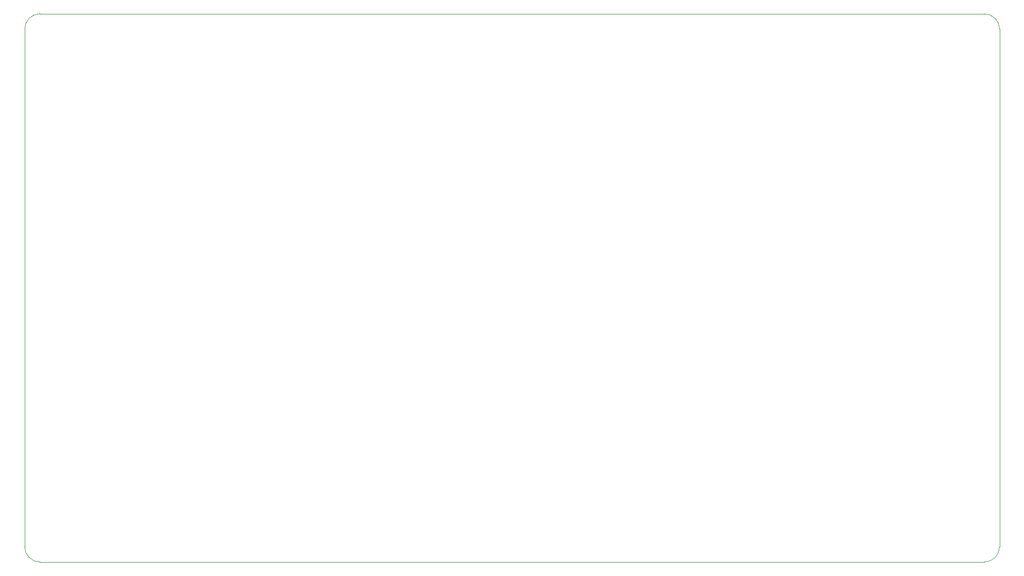
<source format=gbr>
%TF.GenerationSoftware,KiCad,Pcbnew,8.0.2*%
%TF.CreationDate,2024-06-08T21:37:47-07:00*%
%TF.ProjectId,STM_RF_PCB,53544d5f-5246-45f5-9043-422e6b696361,rev?*%
%TF.SameCoordinates,Original*%
%TF.FileFunction,Profile,NP*%
%FSLAX46Y46*%
G04 Gerber Fmt 4.6, Leading zero omitted, Abs format (unit mm)*
G04 Created by KiCad (PCBNEW 8.0.2) date 2024-06-08 21:37:47*
%MOMM*%
%LPD*%
G01*
G04 APERTURE LIST*
%TA.AperFunction,Profile*%
%ADD10C,0.100000*%
%TD*%
G04 APERTURE END LIST*
D10*
X68500000Y-147500000D02*
X68500000Y-62500000D01*
X228500000Y-62500000D02*
X228500000Y-147500000D01*
X68500000Y-62500000D02*
G75*
G02*
X71000000Y-60000000I2500000J0D01*
G01*
X228500000Y-147500000D02*
G75*
G02*
X226000000Y-150000000I-2500000J0D01*
G01*
X71000000Y-150000000D02*
G75*
G02*
X68500000Y-147500000I0J2500000D01*
G01*
X71000000Y-60000000D02*
X226000000Y-60000000D01*
X226000000Y-150000000D02*
X71000000Y-150000000D01*
X226000000Y-60000000D02*
G75*
G02*
X228500000Y-62500000I0J-2500000D01*
G01*
M02*

</source>
